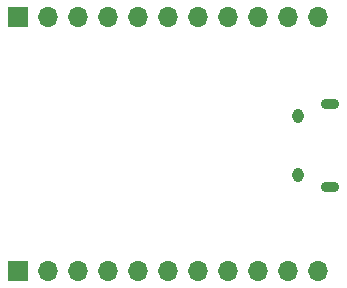
<source format=gbr>
%TF.GenerationSoftware,KiCad,Pcbnew,5.1.7-a382d34a8~87~ubuntu20.04.1*%
%TF.CreationDate,2020-11-25T21:12:42+01:00*%
%TF.ProjectId,gd32f150,67643332-6631-4353-902e-6b696361645f,rev?*%
%TF.SameCoordinates,Original*%
%TF.FileFunction,Soldermask,Bot*%
%TF.FilePolarity,Negative*%
%FSLAX46Y46*%
G04 Gerber Fmt 4.6, Leading zero omitted, Abs format (unit mm)*
G04 Created by KiCad (PCBNEW 5.1.7-a382d34a8~87~ubuntu20.04.1) date 2020-11-25 21:12:42*
%MOMM*%
%LPD*%
G01*
G04 APERTURE LIST*
%ADD10O,1.700000X1.700000*%
%ADD11R,1.700000X1.700000*%
%ADD12O,1.550000X0.890000*%
%ADD13O,0.950000X1.250000*%
G04 APERTURE END LIST*
D10*
%TO.C,J4*%
X168725000Y-84350000D03*
X166185000Y-84350000D03*
X163645000Y-84350000D03*
X161105000Y-84350000D03*
X158565000Y-84350000D03*
X156025000Y-84350000D03*
X153485000Y-84350000D03*
X150945000Y-84350000D03*
X148405000Y-84350000D03*
X145865000Y-84350000D03*
D11*
X143325000Y-84350000D03*
%TD*%
D10*
%TO.C,J3*%
X168725000Y-105900000D03*
X166185000Y-105900000D03*
X163645000Y-105900000D03*
X161105000Y-105900000D03*
X158565000Y-105900000D03*
X156025000Y-105900000D03*
X153485000Y-105900000D03*
X150945000Y-105900000D03*
X148405000Y-105900000D03*
X145865000Y-105900000D03*
D11*
X143325000Y-105900000D03*
%TD*%
D12*
%TO.C,J1*%
X169727400Y-91790320D03*
X169727400Y-98790320D03*
D13*
X167027400Y-92790320D03*
X167027400Y-97790320D03*
%TD*%
M02*

</source>
